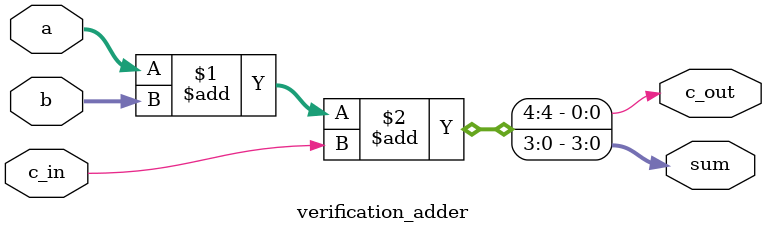
<source format=v>
`timescale 1ns / 1ps


module verification_adder
    #(parameter N = 4)
    ( input [N-1:0] a,
      input [N-1:0] b,
      input c_in,
      output [N-1:0] sum,
      output c_out);
      
      assign {c_out, sum} = a + b + c_in;
      
endmodule

</source>
